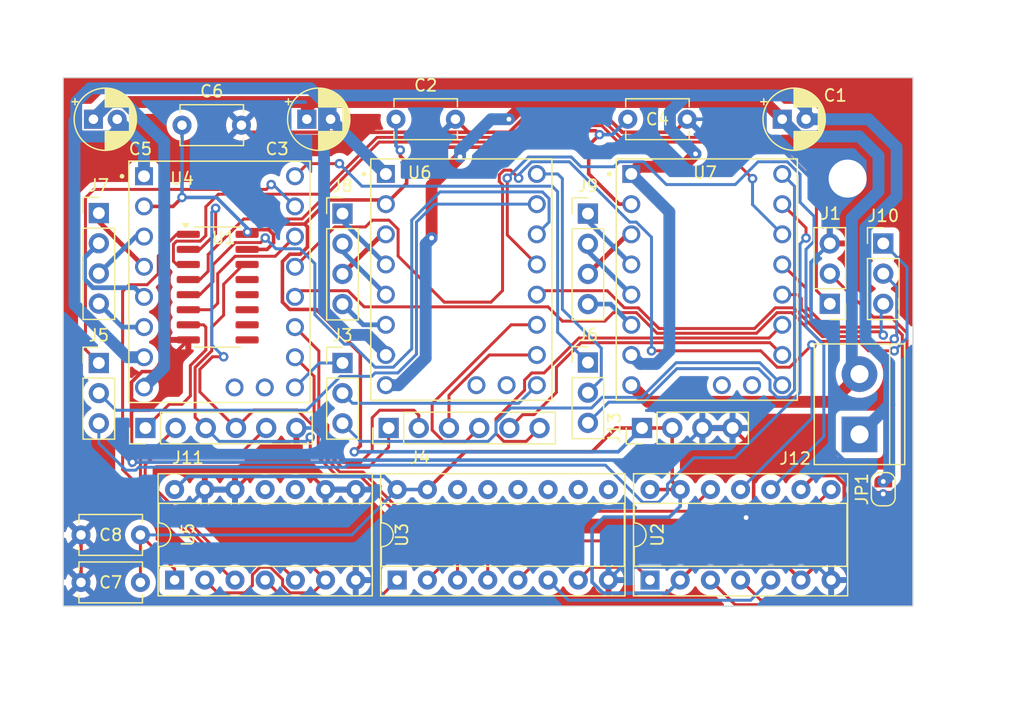
<source format=kicad_pcb>
(kicad_pcb
	(version 20240108)
	(generator "pcbnew")
	(generator_version "8.0")
	(general
		(thickness 1.6)
		(legacy_teardrops no)
	)
	(paper "A4")
	(layers
		(0 "F.Cu" signal)
		(1 "In1.Cu" signal)
		(2 "In2.Cu" signal)
		(31 "B.Cu" signal)
		(32 "B.Adhes" user "B.Adhesive")
		(33 "F.Adhes" user "F.Adhesive")
		(34 "B.Paste" user)
		(35 "F.Paste" user)
		(36 "B.SilkS" user "B.Silkscreen")
		(37 "F.SilkS" user "F.Silkscreen")
		(38 "B.Mask" user)
		(39 "F.Mask" user)
		(40 "Dwgs.User" user "User.Drawings")
		(41 "Cmts.User" user "User.Comments")
		(42 "Eco1.User" user "User.Eco1")
		(43 "Eco2.User" user "User.Eco2")
		(44 "Edge.Cuts" user)
		(45 "Margin" user)
		(46 "B.CrtYd" user "B.Courtyard")
		(47 "F.CrtYd" user "F.Courtyard")
		(48 "B.Fab" user)
		(49 "F.Fab" user)
		(50 "User.1" user)
		(51 "User.2" user)
		(52 "User.3" user)
		(53 "User.4" user)
		(54 "User.5" user)
		(55 "User.6" user)
		(56 "User.7" user)
		(57 "User.8" user)
		(58 "User.9" user)
	)
	(setup
		(stackup
			(layer "F.SilkS"
				(type "Top Silk Screen")
			)
			(layer "F.Paste"
				(type "Top Solder Paste")
			)
			(layer "F.Mask"
				(type "Top Solder Mask")
				(thickness 0.01)
			)
			(layer "F.Cu"
				(type "copper")
				(thickness 0.035)
			)
			(layer "dielectric 1"
				(type "prepreg")
				(thickness 0.1)
				(material "FR4")
				(epsilon_r 4.5)
				(loss_tangent 0.02)
			)
			(layer "In1.Cu"
				(type "copper")
				(thickness 0.035)
			)
			(layer "dielectric 2"
				(type "core")
				(thickness 1.24)
				(material "FR4")
				(epsilon_r 4.5)
				(loss_tangent 0.02)
			)
			(layer "In2.Cu"
				(type "copper")
				(thickness 0.035)
			)
			(layer "dielectric 3"
				(type "prepreg")
				(thickness 0.1)
				(material "FR4")
				(epsilon_r 4.5)
				(loss_tangent 0.02)
			)
			(layer "B.Cu"
				(type "copper")
				(thickness 0.035)
			)
			(layer "B.Mask"
				(type "Bottom Solder Mask")
				(thickness 0.01)
			)
			(layer "B.Paste"
				(type "Bottom Solder Paste")
			)
			(layer "B.SilkS"
				(type "Bottom Silk Screen")
			)
			(copper_finish "HAL lead-free")
			(dielectric_constraints no)
		)
		(pad_to_mask_clearance 0)
		(allow_soldermask_bridges_in_footprints no)
		(pcbplotparams
			(layerselection 0x00010fc_fffffff9)
			(plot_on_all_layers_selection 0x0000000_00000000)
			(disableapertmacros no)
			(usegerberextensions yes)
			(usegerberattributes no)
			(usegerberadvancedattributes no)
			(creategerberjobfile no)
			(dashed_line_dash_ratio 12.000000)
			(dashed_line_gap_ratio 3.000000)
			(svgprecision 4)
			(plotframeref no)
			(viasonmask no)
			(mode 1)
			(useauxorigin no)
			(hpglpennumber 1)
			(hpglpenspeed 20)
			(hpglpendiameter 15.000000)
			(pdf_front_fp_property_popups yes)
			(pdf_back_fp_property_popups yes)
			(dxfpolygonmode yes)
			(dxfimperialunits yes)
			(dxfusepcbnewfont yes)
			(psnegative no)
			(psa4output no)
			(plotreference yes)
			(plotvalue no)
			(plotfptext yes)
			(plotinvisibletext no)
			(sketchpadsonfab no)
			(subtractmaskfromsilk yes)
			(outputformat 1)
			(mirror no)
			(drillshape 0)
			(scaleselection 1)
			(outputdirectory "plots/")
		)
	)
	(net 0 "")
	(net 1 "/UART_Sel_B")
	(net 2 "unconnected-(U1-I2b-Pad12)")
	(net 3 "+5V")
	(net 4 "unconnected-(U1-I0b-Pad10)")
	(net 5 "unconnected-(U1-I1b-Pad11)")
	(net 6 "/UART_TX_1")
	(net 7 "GND")
	(net 8 "/UART_TX_3")
	(net 9 "/~{UART_EN}")
	(net 10 "/UART_TX_2")
	(net 11 "unconnected-(U1-Qb-Pad9)")
	(net 12 "/UART_Sel_A")
	(net 13 "unconnected-(U1-I3b-Pad13)")
	(net 14 "/UART_TX_4")
	(net 15 "/UART_TX_COM")
	(net 16 "/UART_RX_1")
	(net 17 "/UART_EN")
	(net 18 "Net-(U3A-~{EN})")
	(net 19 "unconnected-(U3B-B-Pad13)")
	(net 20 "unconnected-(U3B-~{Q0}-Pad12)")
	(net 21 "unconnected-(U3B-~{Q1}-Pad11)")
	(net 22 "unconnected-(U3B-~{Q2}-Pad10)")
	(net 23 "unconnected-(U3B-A-Pad14)")
	(net 24 "unconnected-(U3B-~{Q3}-Pad9)")
	(net 25 "/SP1")
	(net 26 "unconnected-(U4-INDEX-Pad17)")
	(net 27 "/EN1")
	(net 28 "/MS2-1")
	(net 29 "/STEP1")
	(net 30 "unconnected-(U4-DIAG-Pad18)")
	(net 31 "/DIR1")
	(net 32 "VCC")
	(net 33 "/MS1-1")
	(net 34 "/SP2")
	(net 35 "/MS1-2")
	(net 36 "unconnected-(U6-INDEX-Pad17)")
	(net 37 "/STEP2")
	(net 38 "/MS2-2")
	(net 39 "/EN2")
	(net 40 "/DIR2")
	(net 41 "unconnected-(U6-DIAG-Pad18)")
	(net 42 "unconnected-(U7-INDEX-Pad17)")
	(net 43 "unconnected-(U7-DIAG-Pad18)")
	(net 44 "/MS2-3")
	(net 45 "/DIR3")
	(net 46 "/STEP3")
	(net 47 "/MS1-3")
	(net 48 "/EN3")
	(net 49 "/SP3")
	(net 50 "/UART_RX_4")
	(net 51 "/UART_RX_COM")
	(net 52 "/UART_RX_2")
	(net 53 "/UART_RX_3")
	(net 54 "unconnected-(U5-Pad10)")
	(net 55 "unconnected-(U5-Pad11)")
	(net 56 "Net-(U3A-~{Q3})")
	(net 57 "Net-(U3A-~{Q2})")
	(net 58 "Net-(U3A-~{Q1})")
	(net 59 "Net-(U3A-~{Q0})")
	(net 60 "/M2")
	(net 61 "/M3")
	(net 62 "/M4")
	(net 63 "/M1")
	(net 64 "/M7")
	(net 65 "/M8")
	(net 66 "/M6")
	(net 67 "/M5")
	(net 68 "/M12")
	(net 69 "/M10")
	(net 70 "/M11")
	(net 71 "/M9")
	(net 72 "GNDPWR")
	(footprint "Capacitor_THT:CP_Radial_D5.0mm_P2.00mm" (layer "F.Cu") (at 214 33))
	(footprint "Connector_PinHeader_2.54mm:PinHeader_1x04_P2.54mm_Vertical" (layer "F.Cu") (at 202.2 59 90))
	(footprint "Capacitor_THT:C_Disc_D5.1mm_W3.2mm_P5.00mm" (layer "F.Cu") (at 201 33))
	(footprint "TMC2209:MODULE_TMC2209_SILENTSTEPSTICK" (layer "F.Cu") (at 187 46.5))
	(footprint "Package_DIP:DIP-16_W7.62mm_Socket" (layer "F.Cu") (at 181.6 71.8 90))
	(footprint "Connector_PinHeader_2.54mm:PinHeader_1x03_P2.54mm_Vertical" (layer "F.Cu") (at 218 48.54 180))
	(footprint "Package_SO:SOIC-16_3.9x9.9mm_P1.27mm" (layer "F.Cu") (at 166.5 47.135))
	(footprint "Connector_PinHeader_2.54mm:PinHeader_1x04_P2.54mm_Vertical" (layer "F.Cu") (at 156.5 40.905))
	(footprint "Capacitor_THT:C_Disc_D5.1mm_W3.2mm_P5.00mm" (layer "F.Cu") (at 181.5 33))
	(footprint "Capacitor_THT:C_Disc_D5.1mm_W3.2mm_P5.00mm" (layer "F.Cu") (at 163.5 33.5))
	(footprint "Package_DIP:DIP-14_W7.62mm_Socket" (layer "F.Cu") (at 202.875 71.8 90))
	(footprint "Connector_PinHeader_2.54mm:PinHeader_1x03_P2.54mm_Vertical" (layer "F.Cu") (at 222.5 43.46))
	(footprint "Connector_PinHeader_2.54mm:PinHeader_1x06_P2.54mm_Vertical" (layer "F.Cu") (at 160.42 59 90))
	(footprint "Connector_PinHeader_2.54mm:PinHeader_1x04_P2.54mm_Vertical" (layer "F.Cu") (at 177 40.945))
	(footprint "Capacitor_THT:CP_Radial_D5.0mm_P2.00mm" (layer "F.Cu") (at 156.044888 33))
	(footprint "Package_DIP:DIP-14_W7.62mm_Socket" (layer "F.Cu") (at 162.875 71.8 90))
	(footprint "Connector_PinHeader_2.54mm:PinHeader_1x06_P2.54mm_Vertical" (layer "F.Cu") (at 180.88 59 90))
	(footprint "TMC2209:MODULE_TMC2209_SILENTSTEPSTICK" (layer "F.Cu") (at 207.65 46.5))
	(footprint "MountingHole:MountingHole_3.2mm_M3" (layer "F.Cu") (at 219.5 38))
	(footprint "TMC2209:MODULE_TMC2209_SILENTSTEPSTICK" (layer "F.Cu") (at 166.65 46.69))
	(footprint "Connector_PinHeader_2.54mm:PinHeader_1x03_P2.54mm_Vertical" (layer "F.Cu") (at 156.5 53.525))
	(footprint "Capacitor_THT:CP_Radial_D5.0mm_P2.00mm"
		(layer "F.Cu")
		(uuid "c9d0c22b-21cb-4f85-bf3f-9efa35b3c1ca")
		(at 174 33)
		(descr "CP, Radial series, Radial, pin pitch=2.00mm, , diameter=5mm, Electrolytic Capacitor")
		(tags "CP Radial series Radial pin pitch 2.00mm  diameter 5mm Electrolytic Capacitor")
		(property "Reference" "C3"
			(at -2.5 2.5 0)
			(layer "F.SilkS")
			(uuid "d2aa3bac-eb08-4b54-a6d6-267c2759b357")
			(effects
				(font
					(size 1 1)
					(thickness 0.15)
				)
			)
		)
		(property "Value" "10u"
			(at 1 3.75 0)
			(layer "F.Fab")
			(uuid "38563b03-ed45-4c9d-8a96-3964aada9c0c")
			(effects
				(font
					(size 1 1)
					(thickness 0.15)
				)
			)
		)
		(property "Footprint" "Capacitor_THT:CP_Radial_D5.0mm_P2.00mm"
			(at 0 0 0)
			(unlocked yes)
			(layer "F.Fab")
			(hide yes)
			(uuid "b0fea697-fa57-4172-b703-440b5615bb76")
			(effects
				(font
					(size 1.27 1.27)
					(thickness 0.15)
				)
			)
		)
		(property "Datasheet" ""
			(at 0 0 0)
			(unlocked yes)
			(layer "F.Fab")
			(hide yes)
			(uuid "c7a3c59e-7e56-47ca-86bb-106da2172eac")
			(effects
				(font
					(size 1.27 1.27)
					(thickness 0.15)
				)
			)
		)
		(property "Description" "Unpolarized capacitor"
			(at 0 0 0)
			(unlocked yes)
			(layer "F.Fab")
			(hide yes)
			(uuid "2738b2de-07b6-4a4a-8f0c-655809ec1928")
			(effects
				(font
					(size 1.27 1.27)
					(thickness 0.15)
				)
			)
		)
		(property ki_fp_filters "C_*")
		(path "/e2c90764-d046-4e04-8939-6a3accef9bbc")
		(sheetname "Root")
		(sheetfile "motor-driver-breakout.kicad_sch")
		(attr through_hole)
		(fp_line
			(start -1.804775 -1.475)
			(end -1.304775 -1.475)
			(stroke
				(width 0.12)
				(type solid)
			)
			(layer "F.SilkS")
			(uuid "949c4db2-a0a3-4969-aea4-f1290e743eeb")
		)
		(fp_line
			(start -1.554775 -1.725)
			(end -1.554775 -1.225)
			(stroke
				(width 0.12)
				(type solid)
			)
			(layer "F.SilkS")
			(uuid "010657f9-cd0d-4902-91f4-4751b948852d")
		)
		(fp_line
			(start 1 -2.58)
			(end 1 -1.04)
			(stroke
				(width 0.12)
				(type solid)
			)
			(layer "F.SilkS")
			(uuid "d0e36e39-be94-4e83-b9eb-497e2d3c944a")
		)
		(fp_line
			(start 1 1.04)
			(end 1 2.58)
			(stroke
				(width 0.12)
				(type solid)
			)
			(layer "F.SilkS")
			(uuid "5c27e49e-dea2-43ae-83e4-bf7605d00877")
		)
		(fp_line
			(start 1.04 -2.58)
			(end 1.04 -1.04)
			(stroke
				(width 0.12)
				(type solid)
			)
			(layer "F.SilkS")
			(uuid "ca3baa21-f045-46a5-8ed5-625dfca04e8b")
		)
		(fp_line
			(start 1.04 1.04)
			(end 1.04 2.58)
			(stroke
				(width 0.12)
				(type solid)
			)
			(layer "F.SilkS")
			(uuid "17aae580-1c2c-4adb-b452-044a0f578058")
		)
		(fp_line
			(start 1.08 -2.579)
			(end 1.08 -1.04)
			(stroke
				(width 0.12)
				(type solid)
			)
			(layer "F.SilkS")
			(uuid "98f830f4-20f4-4de1-9d30-cb1b754d4f1e")
		)
		(fp_line
			(start 1.08 1.04)
			(end 1.08 2.579)
			(stroke
				(width 0.12)
				(type solid)
			)
			(layer "F.SilkS")
			(uuid "62f79440-3f7c-4714-8766-69a208d53a8c")
		)
		(fp_line
			(start 1.12 -2.578)
			(end 1.12 -1.04)
			(stroke
				(width 0.12)
				(type solid)
			)
			(layer "F.SilkS")
			(uuid "b0022ab9-bd5b-4e63-9bc9-4c29987de67a")
		)
		(fp_line
			(start 1.12 1.04)
			(end 1.12 2.578)
			(stroke
				(width 0.12)
				(type solid)
			)
			(layer "F.SilkS")
			(uuid "83f8ba67-4f4d-4f53-978e-bc27aaf8477f")
		)
		(fp_line
			(start 1.16 -2.576)
			(end 1.16 -1.04)
			(stroke
				(width 0.12)
				(type solid)
			)
			(layer "F.SilkS")
			(uuid "5d69be76-9c8f-4e19-82a6-9154d881f48c")
		)
		(fp_line
			(start 1.16 1.04)
			(end 1.16 2.576)
			(stroke
				(width 0.12)
				(type solid)
			)
			(layer "F.SilkS")
			(uuid "a48b914e-7486-4029-8503-25ad6c171628")
		)
		(fp_line
			(start 1.2 -2.573)
			(end 1.2 -1.04)
			(stroke
				(width 0.12)
				(type solid)
			)
			(layer "F.SilkS")
			(uuid "a58e0f62-0aa2-438b-88ef-91960ef177e0")
		)
		(fp_line
			(start 1.2 1.04)
			(end 1.2 2.573)
			(stroke
				(width 0.12)
				(type solid)
			)
			(layer "F.SilkS")
			(uuid "953e456d-de94-4bde-87c1-bbcfb9707c55")
		)
		(fp_line
			(start 1.24 -2.569)
			(end 1.24 -1.04)
			(stroke
				(width 0.12)
				(type solid)
			)
			(layer "F.SilkS")
			(uuid "1a74c14e-c782-48ad-88bc-f8f6cec3fd10")
		)
		(fp_line
			(start 1.24 1.04)
			(end 1.24 2.569)
			(stroke
				(width 0.12)
				(type solid)
			)
			(layer "F.SilkS")
			(uuid "94b31a1e-090d-4318-9f76-9a8c47c26ba4")
		)
		(fp_line
			(start 1.28 -2.565)
			(end 1.28 -1.04)
			(stroke
				(width 0.12)
				(type solid)
			)
			(layer "F.SilkS")
			(uuid "ac548a84-3e10-4bcf-8116-70ba9f6103bc")
		)
		(fp_line
			(start 1.28 1.04)
			(end 1.28 2.565)
			(stroke
				(width 0.12)
				(type solid)
			)
			(layer "F.SilkS")
			(uuid "b3786af2-f3ec-4aad-abc0-e3f77e77d995")
		)
		(fp_line
			(start 1.32 -2.561)
			(end 1.32 -1.04)
			(stroke
				(width 0.12)
				(type solid)
			)
			(layer "F.SilkS")
			(uuid "5e49f1f0-67dc-43fa-b110-afa397932ade")
		)
		(fp_line
			(start 1.32 1.04)
			(end 1.32 2.561)
			(stroke
				(width 0.12)
				(type solid)
			)
			(layer "F.SilkS")
			(uuid "3379a610-dab2-4b0b-8f97-b22430043dc5")
		)
		(fp_line
			(start 1.36 -2.556)
			(end 1.36 -1.04)
			(stroke
				(width 0.12)
				(type solid)
			)
			(layer "F.SilkS")
			(uuid "f4602a50-d122-4476-ac3c-bcb53888c072")
		)
		(fp_line
			(start 1.36 1.04)
			(end 1.36 2.556)
			(stroke
				(width 0.12)
				(type solid)
			)
			(layer "F.SilkS")
			(uuid "5360284f-b8c1-4c21-95d4-673edf39abaf")
		)
		(fp_line
			(start 1.4 -2.55)
			(end 1.4 -1.04)
			(stroke
				(width 0.12)
				(type solid)
			)
			(layer "F.SilkS")
			(uuid "c05bcd0d-3d05-497c-ae58-bc6693b52d18")
		)
		(fp_line
			(start 1.4 1.04)
			(end 1.4 2.55)
			(stroke
				(width 0.12)
				(type solid)
			)
			(layer "F.SilkS")
			(uuid "7c3e273f-bd5a-467b-96fa-a10ff5c2bc00")
		)
		(fp_line
			(start 1.44 -2.543)
			(end 1.44 -1.04)
			(stroke
				(width 0.12)
				(type solid)
			)
			(layer "F.SilkS")
			(uuid "f7e18787-a492-41b0-8b5b-9beab9c4b1f0")
		)
		(fp_line
			(start 1.44 1.04)
			(end 1.44 2.543)
			(stroke
				(width 0.12)
				(type solid)
			)
			(layer "F.SilkS")
			(uuid "e2a51c46-48ef-4694-bff4-f521d2481fe1")
		)
		(fp_line
			(start 1.48 -2.536)
			(end 1.48 -1.04)
			(stroke
				(width 0.12)
				(type solid)
			)
			(layer "F.SilkS")
			(uuid "4016eecf-f48a-43c1-9dd7-1cf5ea1bf59d")
		)
		(fp_line
			(start 1.48 1.04)
			(end 1.48 2.536)
			(stroke
				(width 0.12)
				(type solid)
			)
			(layer "F.SilkS")
			(uuid "9a57acc3-bb3e-49be-8c57-63b4940b523c")
		)
		(fp_line
			(start 1.52 -2.528)
			(end 1.52 -1.04)
			(stroke
				(width 0.12)
				(type solid)
			)
			(layer "F.SilkS")
			(uuid "d35e7061-0263-4bd9-8da1-d1d65d777d9c")
		)
		(fp_line
			(start 1.52 1.04)
			(end 1.52 2.528)
			(stroke
				(width 0.12)
				(type solid)
			)
			(layer "F.SilkS")
			(uuid "c942a1e9-ee24-408f-a6c5-ca85690ddecb")
		)
		(fp_line
			(start 1.56 -2.52)
			(end 1.56 -1.04)
			(stroke
				(width 0.12)
				(type solid)
			)
			(layer "F.SilkS")
			(uuid "4b9df3dc-1c3b-4f5c-a4c8-e1fd3eb82de2")
		)
		(fp_line
			(start 1.56 1.04)
			(end 1.56 2.52)
			(stroke
				(width 0.12)
				(type solid)
			)
			(layer "F.SilkS")
			(uuid "7035f9f1-f522-4cac-92d2-9405853c3c07")
		)
		(fp_line
			(start 1.6 -2.511)
			(end 1.6 -1.04)
			(stroke
				(width 0.12)
				(type solid)
			)
			(layer "F.SilkS")
			(uuid "d378d3fe-d792-4725-9b8d-4226a3fac99b")
		)
		(fp_line
			(start 1.6 1.04)
			(end 1.6 2.511)
			(stroke
				(width 0.12)
				(type solid)
			)
			(layer "F.SilkS")
			(uuid "a5f98411-a5a5-4205-9bb2-23a6283c7005")
		)
		(fp_line
			(start 1.64 -2.501)
			(end 1.64 -1.04)
			(stroke
				(width 0.12)
				(type solid)
			)
			(layer "F.SilkS")
			(uuid "727b50dd-94c5-4195-ae0c-87b658732536")
		)
		(fp_line
			(start 1.64 1.04)
			(end 1.64 2.501)
			(stroke
				(width 0.12)
				(type solid)
			)
			(layer "F.SilkS")
			(uuid "7d8397d4-9014-4309-b6a8-462c1af1be17")
		)
		(fp_line
			(start 1.68 -2.491)
			(end 1.68 -1.04)
			(stroke
				(width 0.12)
				(type solid)
			)
			(layer "F.SilkS")
			(uuid "eee843ab-37de-4d62-8a7e-51bae2d74318")
		)
		(fp_line
			(start 1.68 1.04)
			(end 1.68 2.491)
			(stroke
				(width 0.12)
				(type solid)
			)
			(layer "F.SilkS")
			(uuid "86936a08-8c94-4413-b769-54a3963ad921")
		)
		(fp_line
			(start 1.721 -2.48)
			(end 1.721 -1.04)
			(stroke
				(width 0.12)
				(type solid)
			)
			(layer "F.SilkS")
			(uuid "214f47fc-9d08-4ec6-aa41-8047a0042e13")
		)
		(fp_line
			(start 1.721 1.04)
			(end 1.721 2.48)
			(stroke
				(width 0.12)
				(type solid)
			)
			(layer "F.SilkS")
			(uuid "a82ae55f-71d3-4ec5-8de4-45ee79177ff7")
		)
		(fp_line
			(start 1.761 -2.468)
			(end 1.761 -1.04)
			(stroke
				(width 0.12)
				(type solid)
			)
			(layer "F.SilkS")
			(uuid "249fc79f-6116-49f3-839a-e4cda7997d36")
		)
		(fp_line
			(start 1.761 1.04)
			(end 1.761 2.468)
			(stroke
				(width 0.12)
				(type solid)
			)
			(layer "F.SilkS")
			(uuid "e01c2c44-1976-446b-9221-56b8c0e60d63")
		)
		(fp_line
			(start 1.801 -2.455)
			(end 1.801 -1.04)
			(stroke
				(width 0.12)
				(type solid)
			)
			(layer "F.SilkS")
			(uuid "f2f0f71b-b3e9-4d13-b3a2-65d06a97d291")
		)
		(fp_lin
... [346415 chars truncated]
</source>
